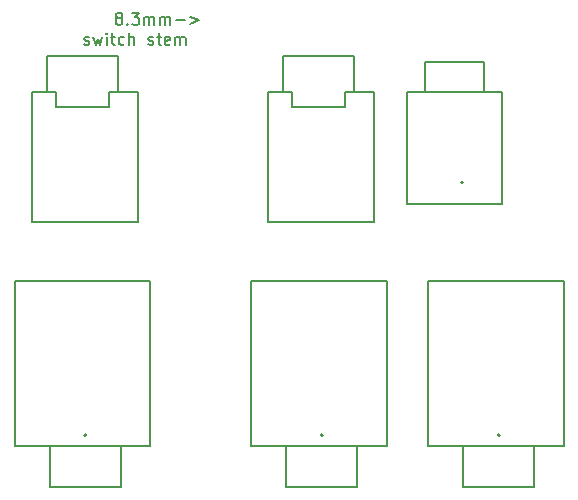
<source format=gbr>
G04 #@! TF.FileFunction,Drawing*
%FSLAX46Y46*%
G04 Gerber Fmt 4.6, Leading zero omitted, Abs format (unit mm)*
G04 Created by KiCad (PCBNEW 4.0.6) date Sunday, March 03, 2019 'PMt' 03:44:16 PM*
%MOMM*%
%LPD*%
G01*
G04 APERTURE LIST*
%ADD10C,0.150000*%
%ADD11C,0.200000*%
%ADD12C,0.127000*%
G04 APERTURE END LIST*
D10*
D11*
X127992691Y-73257372D02*
X127897453Y-73209753D01*
X127849834Y-73162134D01*
X127802215Y-73066896D01*
X127802215Y-73019277D01*
X127849834Y-72924039D01*
X127897453Y-72876420D01*
X127992691Y-72828801D01*
X128183168Y-72828801D01*
X128278406Y-72876420D01*
X128326025Y-72924039D01*
X128373644Y-73019277D01*
X128373644Y-73066896D01*
X128326025Y-73162134D01*
X128278406Y-73209753D01*
X128183168Y-73257372D01*
X127992691Y-73257372D01*
X127897453Y-73304991D01*
X127849834Y-73352610D01*
X127802215Y-73447849D01*
X127802215Y-73638325D01*
X127849834Y-73733563D01*
X127897453Y-73781182D01*
X127992691Y-73828801D01*
X128183168Y-73828801D01*
X128278406Y-73781182D01*
X128326025Y-73733563D01*
X128373644Y-73638325D01*
X128373644Y-73447849D01*
X128326025Y-73352610D01*
X128278406Y-73304991D01*
X128183168Y-73257372D01*
X128802215Y-73733563D02*
X128849834Y-73781182D01*
X128802215Y-73828801D01*
X128754596Y-73781182D01*
X128802215Y-73733563D01*
X128802215Y-73828801D01*
X129183167Y-72828801D02*
X129802215Y-72828801D01*
X129468881Y-73209753D01*
X129611739Y-73209753D01*
X129706977Y-73257372D01*
X129754596Y-73304991D01*
X129802215Y-73400230D01*
X129802215Y-73638325D01*
X129754596Y-73733563D01*
X129706977Y-73781182D01*
X129611739Y-73828801D01*
X129326024Y-73828801D01*
X129230786Y-73781182D01*
X129183167Y-73733563D01*
X130230786Y-73828801D02*
X130230786Y-73162134D01*
X130230786Y-73257372D02*
X130278405Y-73209753D01*
X130373643Y-73162134D01*
X130516501Y-73162134D01*
X130611739Y-73209753D01*
X130659358Y-73304991D01*
X130659358Y-73828801D01*
X130659358Y-73304991D02*
X130706977Y-73209753D01*
X130802215Y-73162134D01*
X130945072Y-73162134D01*
X131040310Y-73209753D01*
X131087929Y-73304991D01*
X131087929Y-73828801D01*
X131564119Y-73828801D02*
X131564119Y-73162134D01*
X131564119Y-73257372D02*
X131611738Y-73209753D01*
X131706976Y-73162134D01*
X131849834Y-73162134D01*
X131945072Y-73209753D01*
X131992691Y-73304991D01*
X131992691Y-73828801D01*
X131992691Y-73304991D02*
X132040310Y-73209753D01*
X132135548Y-73162134D01*
X132278405Y-73162134D01*
X132373643Y-73209753D01*
X132421262Y-73304991D01*
X132421262Y-73828801D01*
X132897452Y-73447849D02*
X133659357Y-73447849D01*
X134135547Y-73162134D02*
X134897452Y-73447849D01*
X134135547Y-73733563D01*
X125159356Y-75481182D02*
X125254594Y-75528801D01*
X125445070Y-75528801D01*
X125540309Y-75481182D01*
X125587928Y-75385944D01*
X125587928Y-75338325D01*
X125540309Y-75243087D01*
X125445070Y-75195468D01*
X125302213Y-75195468D01*
X125206975Y-75147849D01*
X125159356Y-75052610D01*
X125159356Y-75004991D01*
X125206975Y-74909753D01*
X125302213Y-74862134D01*
X125445070Y-74862134D01*
X125540309Y-74909753D01*
X125921261Y-74862134D02*
X126111737Y-75528801D01*
X126302214Y-75052610D01*
X126492690Y-75528801D01*
X126683166Y-74862134D01*
X127064118Y-75528801D02*
X127064118Y-74862134D01*
X127064118Y-74528801D02*
X127016499Y-74576420D01*
X127064118Y-74624039D01*
X127111737Y-74576420D01*
X127064118Y-74528801D01*
X127064118Y-74624039D01*
X127397451Y-74862134D02*
X127778403Y-74862134D01*
X127540308Y-74528801D02*
X127540308Y-75385944D01*
X127587927Y-75481182D01*
X127683165Y-75528801D01*
X127778403Y-75528801D01*
X128540309Y-75481182D02*
X128445071Y-75528801D01*
X128254594Y-75528801D01*
X128159356Y-75481182D01*
X128111737Y-75433563D01*
X128064118Y-75338325D01*
X128064118Y-75052610D01*
X128111737Y-74957372D01*
X128159356Y-74909753D01*
X128254594Y-74862134D01*
X128445071Y-74862134D01*
X128540309Y-74909753D01*
X128968880Y-75528801D02*
X128968880Y-74528801D01*
X129397452Y-75528801D02*
X129397452Y-75004991D01*
X129349833Y-74909753D01*
X129254595Y-74862134D01*
X129111737Y-74862134D01*
X129016499Y-74909753D01*
X128968880Y-74957372D01*
X130587928Y-75481182D02*
X130683166Y-75528801D01*
X130873642Y-75528801D01*
X130968881Y-75481182D01*
X131016500Y-75385944D01*
X131016500Y-75338325D01*
X130968881Y-75243087D01*
X130873642Y-75195468D01*
X130730785Y-75195468D01*
X130635547Y-75147849D01*
X130587928Y-75052610D01*
X130587928Y-75004991D01*
X130635547Y-74909753D01*
X130730785Y-74862134D01*
X130873642Y-74862134D01*
X130968881Y-74909753D01*
X131302214Y-74862134D02*
X131683166Y-74862134D01*
X131445071Y-74528801D02*
X131445071Y-75385944D01*
X131492690Y-75481182D01*
X131587928Y-75528801D01*
X131683166Y-75528801D01*
X132397453Y-75481182D02*
X132302215Y-75528801D01*
X132111738Y-75528801D01*
X132016500Y-75481182D01*
X131968881Y-75385944D01*
X131968881Y-75004991D01*
X132016500Y-74909753D01*
X132111738Y-74862134D01*
X132302215Y-74862134D01*
X132397453Y-74909753D01*
X132445072Y-75004991D01*
X132445072Y-75100230D01*
X131968881Y-75195468D01*
X132873643Y-75528801D02*
X132873643Y-74862134D01*
X132873643Y-74957372D02*
X132921262Y-74909753D01*
X133016500Y-74862134D01*
X133159358Y-74862134D01*
X133254596Y-74909753D01*
X133302215Y-75004991D01*
X133302215Y-75528801D01*
X133302215Y-75004991D02*
X133349834Y-74909753D01*
X133445072Y-74862134D01*
X133587929Y-74862134D01*
X133683167Y-74909753D01*
X133730786Y-75004991D01*
X133730786Y-75528801D01*
D12*
X149700000Y-79500000D02*
X149700000Y-90500000D01*
X149700000Y-90500000D02*
X140700000Y-90500000D01*
X149700000Y-79500000D02*
X148000000Y-79500000D01*
X148000000Y-79500000D02*
X147250000Y-79500000D01*
X147250000Y-79500000D02*
X147250000Y-80800000D01*
X147250000Y-80800000D02*
X142750000Y-80800000D01*
X142750000Y-80800000D02*
X142750000Y-79500000D01*
X142750000Y-79500000D02*
X142000000Y-79500000D01*
X142000000Y-79500000D02*
X140700000Y-79500000D01*
X140700000Y-79500000D02*
X140700000Y-90500000D01*
X148000000Y-79500000D02*
X148000000Y-76500000D01*
X148000000Y-76500000D02*
X142000000Y-76500000D01*
X142000000Y-76500000D02*
X142000000Y-79500000D01*
X150750000Y-109500000D02*
X148250000Y-109500000D01*
X148250000Y-109500000D02*
X142250000Y-109500000D01*
X142250000Y-109500000D02*
X139250000Y-109500000D01*
X139250000Y-109500000D02*
X139250000Y-95500000D01*
X139250000Y-95500000D02*
X150750000Y-95500000D01*
X150750000Y-95500000D02*
X150750000Y-109500000D01*
D11*
X145350000Y-108600000D02*
G75*
G03X145350000Y-108600000I-100000J0D01*
G01*
D12*
X142250000Y-109500000D02*
X142250000Y-113000000D01*
X142250000Y-113000000D02*
X148250000Y-113000000D01*
X148250000Y-113000000D02*
X148250000Y-109500000D01*
X165750000Y-109500000D02*
X163250000Y-109500000D01*
X163250000Y-109500000D02*
X157250000Y-109500000D01*
X157250000Y-109500000D02*
X154250000Y-109500000D01*
X154250000Y-109500000D02*
X154250000Y-95500000D01*
X154250000Y-95500000D02*
X165750000Y-95500000D01*
X165750000Y-95500000D02*
X165750000Y-109500000D01*
D11*
X160350000Y-108600000D02*
G75*
G03X160350000Y-108600000I-100000J0D01*
G01*
D12*
X157250000Y-109500000D02*
X157250000Y-113000000D01*
X157250000Y-113000000D02*
X163250000Y-113000000D01*
X163250000Y-113000000D02*
X163250000Y-109500000D01*
X129700000Y-79500000D02*
X129700000Y-90500000D01*
X129700000Y-90500000D02*
X120700000Y-90500000D01*
X129700000Y-79500000D02*
X128000000Y-79500000D01*
X128000000Y-79500000D02*
X127250000Y-79500000D01*
X127250000Y-79500000D02*
X127250000Y-80800000D01*
X127250000Y-80800000D02*
X122750000Y-80800000D01*
X122750000Y-80800000D02*
X122750000Y-79500000D01*
X122750000Y-79500000D02*
X122000000Y-79500000D01*
X122000000Y-79500000D02*
X120700000Y-79500000D01*
X120700000Y-79500000D02*
X120700000Y-90500000D01*
X128000000Y-79500000D02*
X128000000Y-76500000D01*
X128000000Y-76500000D02*
X122000000Y-76500000D01*
X122000000Y-76500000D02*
X122000000Y-79500000D01*
X130750000Y-109500000D02*
X128250000Y-109500000D01*
X128250000Y-109500000D02*
X122250000Y-109500000D01*
X122250000Y-109500000D02*
X119250000Y-109500000D01*
X119250000Y-109500000D02*
X119250000Y-95500000D01*
X119250000Y-95500000D02*
X130750000Y-95500000D01*
X130750000Y-95500000D02*
X130750000Y-109500000D01*
D11*
X125350000Y-108600000D02*
G75*
G03X125350000Y-108600000I-100000J0D01*
G01*
D12*
X122250000Y-109500000D02*
X122250000Y-113000000D01*
X122250000Y-113000000D02*
X128250000Y-113000000D01*
X128250000Y-113000000D02*
X128250000Y-109500000D01*
X160500000Y-79509420D02*
X160500000Y-89009420D01*
X160500000Y-89009420D02*
X152500000Y-89009420D01*
X152500000Y-89009420D02*
X152500000Y-79509420D01*
X152500000Y-79509420D02*
X154000000Y-79509420D01*
X154000000Y-79509420D02*
X159000000Y-79509420D01*
X159000000Y-79509420D02*
X160500000Y-79509420D01*
X159000000Y-79509420D02*
X159000000Y-77009420D01*
X159000000Y-77009420D02*
X154000000Y-77009420D01*
X154000000Y-77009420D02*
X154000000Y-79509420D01*
D11*
X157235000Y-87188420D02*
G75*
G03X157235000Y-87188420I-100000J0D01*
G01*
M02*

</source>
